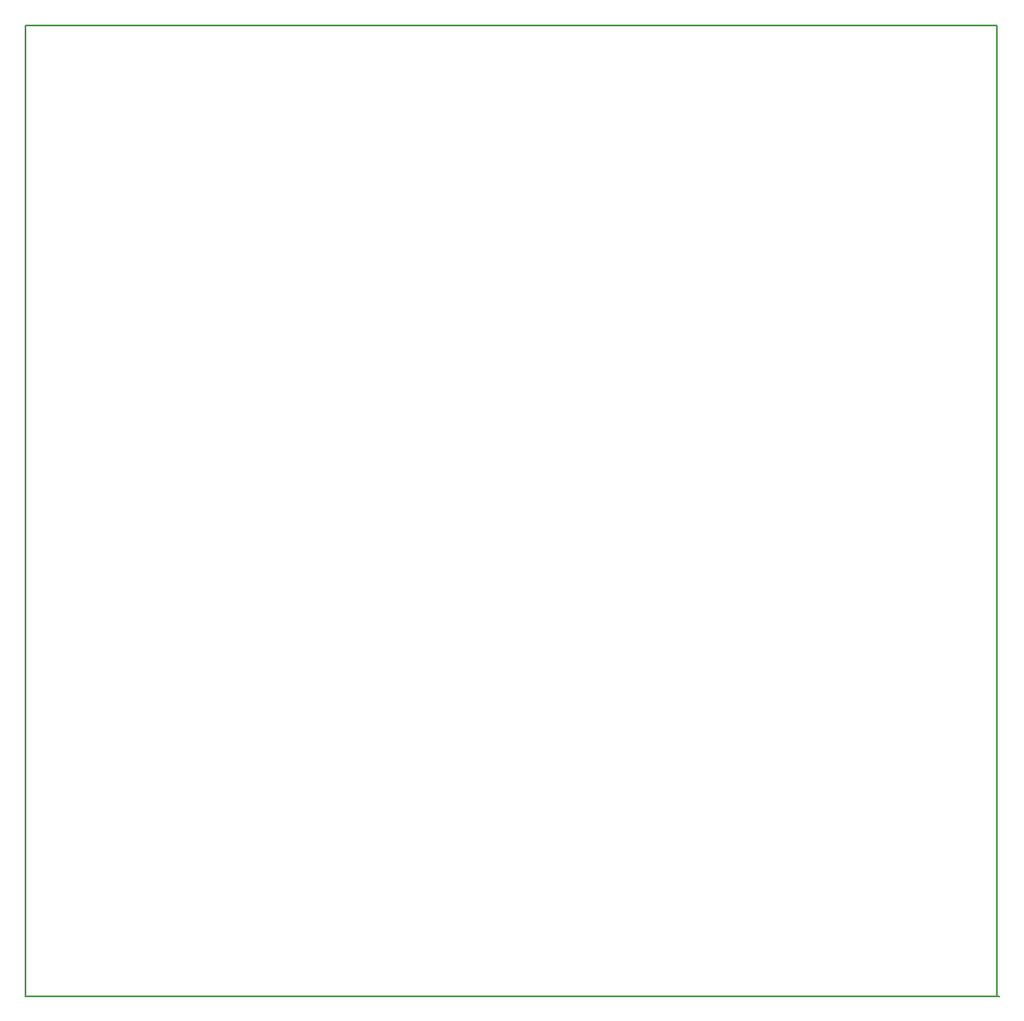
<source format=gbr>
%TF.GenerationSoftware,KiCad,Pcbnew,(5.0.0)*%
%TF.CreationDate,2018-08-10T17:36:29+10:00*%
%TF.ProjectId,MotorDriver,4D6F746F724472697665722E6B696361,rev?*%
%TF.SameCoordinates,Original*%
%TF.FileFunction,Profile,NP*%
%FSLAX46Y46*%
G04 Gerber Fmt 4.6, Leading zero omitted, Abs format (unit mm)*
G04 Created by KiCad (PCBNEW (5.0.0)) date 08/10/18 17:36:29*
%MOMM*%
%LPD*%
G01*
G04 APERTURE LIST*
%ADD10C,0.150000*%
G04 APERTURE END LIST*
D10*
X228346000Y-29718000D02*
X128270000Y-29718000D01*
X228346000Y-129794000D02*
X228346000Y-29718000D01*
X228346000Y-129794000D02*
X228600000Y-129794000D01*
X128270000Y-129794000D02*
X128270000Y-29718000D01*
X228346000Y-129794000D02*
X128270000Y-129794000D01*
M02*

</source>
